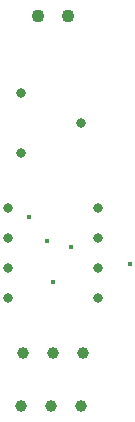
<source format=gbr>
%TF.GenerationSoftware,KiCad,Pcbnew,8.0.0*%
%TF.CreationDate,2025-07-08T12:20:51+05:30*%
%TF.ProjectId,Sensortech_flex,53656e73-6f72-4746-9563-685f666c6578,rev?*%
%TF.SameCoordinates,Original*%
%TF.FileFunction,Plated,1,2,PTH,Drill*%
%TF.FilePolarity,Positive*%
%FSLAX46Y46*%
G04 Gerber Fmt 4.6, Leading zero omitted, Abs format (unit mm)*
G04 Created by KiCad (PCBNEW 8.0.0) date 2025-07-08 12:20:51*
%MOMM*%
%LPD*%
G01*
G04 APERTURE LIST*
%TA.AperFunction,ViaDrill*%
%ADD10C,0.400000*%
%TD*%
%TA.AperFunction,ComponentDrill*%
%ADD11C,0.800000*%
%TD*%
%TA.AperFunction,ComponentDrill*%
%ADD12C,1.000000*%
%TD*%
%TA.AperFunction,ComponentDrill*%
%ADD13C,1.100000*%
%TD*%
G04 APERTURE END LIST*
D10*
X87500000Y-62000000D03*
X89000000Y-64000000D03*
X89500000Y-67500000D03*
X91000000Y-64500000D03*
X96000000Y-66000000D03*
D11*
%TO.C,U1*%
X85700000Y-61200000D03*
X85700000Y-63740000D03*
X85700000Y-66280000D03*
X85700000Y-68820000D03*
%TO.C,RV1*%
X86845000Y-51460000D03*
X86845000Y-56540000D03*
X91925000Y-54000000D03*
%TO.C,U1*%
X93320000Y-61200000D03*
X93320000Y-63740000D03*
X93320000Y-66280000D03*
X93320000Y-68820000D03*
D12*
%TO.C,J2*%
X86825000Y-78000000D03*
%TO.C,J3*%
X86960000Y-73500000D03*
%TO.C,J2*%
X89365000Y-78000000D03*
%TO.C,J3*%
X89500000Y-73500000D03*
%TO.C,J2*%
X91905000Y-78000000D03*
%TO.C,J3*%
X92040000Y-73500000D03*
D13*
%TO.C,J1*%
X88230000Y-45000000D03*
X90770000Y-45000000D03*
M02*

</source>
